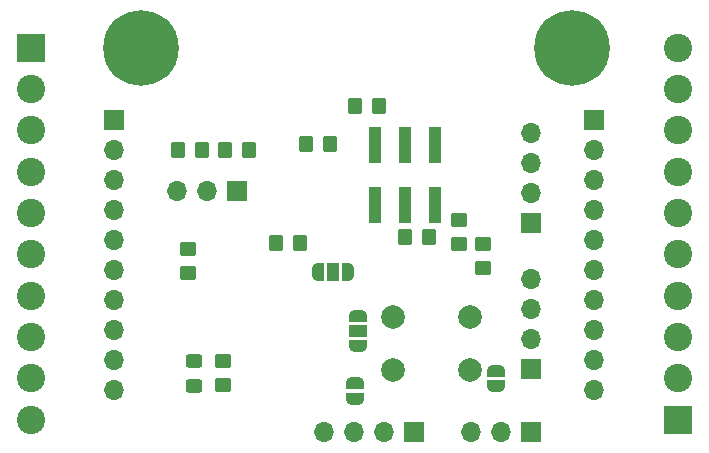
<source format=gbr>
%TF.GenerationSoftware,KiCad,Pcbnew,8.0.3*%
%TF.CreationDate,2024-08-02T22:41:38+02:00*%
%TF.ProjectId,IOT board sensor,494f5420-626f-4617-9264-2073656e736f,rev?*%
%TF.SameCoordinates,Original*%
%TF.FileFunction,Soldermask,Bot*%
%TF.FilePolarity,Negative*%
%FSLAX46Y46*%
G04 Gerber Fmt 4.6, Leading zero omitted, Abs format (unit mm)*
G04 Created by KiCad (PCBNEW 8.0.3) date 2024-08-02 22:41:38*
%MOMM*%
%LPD*%
G01*
G04 APERTURE LIST*
G04 Aperture macros list*
%AMRoundRect*
0 Rectangle with rounded corners*
0 $1 Rounding radius*
0 $2 $3 $4 $5 $6 $7 $8 $9 X,Y pos of 4 corners*
0 Add a 4 corners polygon primitive as box body*
4,1,4,$2,$3,$4,$5,$6,$7,$8,$9,$2,$3,0*
0 Add four circle primitives for the rounded corners*
1,1,$1+$1,$2,$3*
1,1,$1+$1,$4,$5*
1,1,$1+$1,$6,$7*
1,1,$1+$1,$8,$9*
0 Add four rect primitives between the rounded corners*
20,1,$1+$1,$2,$3,$4,$5,0*
20,1,$1+$1,$4,$5,$6,$7,0*
20,1,$1+$1,$6,$7,$8,$9,0*
20,1,$1+$1,$8,$9,$2,$3,0*%
%AMFreePoly0*
4,1,19,0.500000,-0.750000,0.000000,-0.750000,0.000000,-0.744911,-0.071157,-0.744911,-0.207708,-0.704816,-0.327430,-0.627875,-0.420627,-0.520320,-0.479746,-0.390866,-0.500000,-0.250000,-0.500000,0.250000,-0.479746,0.390866,-0.420627,0.520320,-0.327430,0.627875,-0.207708,0.704816,-0.071157,0.744911,0.000000,0.744911,0.000000,0.750000,0.500000,0.750000,0.500000,-0.750000,0.500000,-0.750000,
$1*%
%AMFreePoly1*
4,1,19,0.000000,0.744911,0.071157,0.744911,0.207708,0.704816,0.327430,0.627875,0.420627,0.520320,0.479746,0.390866,0.500000,0.250000,0.500000,-0.250000,0.479746,-0.390866,0.420627,-0.520320,0.327430,-0.627875,0.207708,-0.704816,0.071157,-0.744911,0.000000,-0.744911,0.000000,-0.750000,-0.500000,-0.750000,-0.500000,0.750000,0.000000,0.750000,0.000000,0.744911,0.000000,0.744911,
$1*%
%AMFreePoly2*
4,1,19,0.550000,-0.750000,0.000000,-0.750000,0.000000,-0.744911,-0.071157,-0.744911,-0.207708,-0.704816,-0.327430,-0.627875,-0.420627,-0.520320,-0.479746,-0.390866,-0.500000,-0.250000,-0.500000,0.250000,-0.479746,0.390866,-0.420627,0.520320,-0.327430,0.627875,-0.207708,0.704816,-0.071157,0.744911,0.000000,0.744911,0.000000,0.750000,0.550000,0.750000,0.550000,-0.750000,0.550000,-0.750000,
$1*%
%AMFreePoly3*
4,1,19,0.000000,0.744911,0.071157,0.744911,0.207708,0.704816,0.327430,0.627875,0.420627,0.520320,0.479746,0.390866,0.500000,0.250000,0.500000,-0.250000,0.479746,-0.390866,0.420627,-0.520320,0.327430,-0.627875,0.207708,-0.704816,0.071157,-0.744911,0.000000,-0.744911,0.000000,-0.750000,-0.550000,-0.750000,-0.550000,0.750000,0.000000,0.750000,0.000000,0.744911,0.000000,0.744911,
$1*%
G04 Aperture macros list end*
%ADD10C,0.800000*%
%ADD11C,6.400000*%
%ADD12R,1.700000X1.700000*%
%ADD13O,1.700000X1.700000*%
%ADD14R,2.400000X2.400000*%
%ADD15C,2.400000*%
%ADD16FreePoly0,270.000000*%
%ADD17FreePoly1,270.000000*%
%ADD18C,2.000000*%
%ADD19FreePoly2,180.000000*%
%ADD20R,1.000000X1.500000*%
%ADD21FreePoly3,180.000000*%
%ADD22FreePoly2,90.000000*%
%ADD23R,1.500000X1.000000*%
%ADD24FreePoly3,90.000000*%
%ADD25RoundRect,0.250000X-0.450000X0.325000X-0.450000X-0.325000X0.450000X-0.325000X0.450000X0.325000X0*%
%ADD26FreePoly0,90.000000*%
%ADD27FreePoly1,90.000000*%
%ADD28RoundRect,0.250000X0.350000X0.450000X-0.350000X0.450000X-0.350000X-0.450000X0.350000X-0.450000X0*%
%ADD29RoundRect,0.250000X-0.350000X-0.450000X0.350000X-0.450000X0.350000X0.450000X-0.350000X0.450000X0*%
%ADD30RoundRect,0.250000X0.450000X-0.350000X0.450000X0.350000X-0.450000X0.350000X-0.450000X-0.350000X0*%
%ADD31RoundRect,0.250000X-0.450000X0.350000X-0.450000X-0.350000X0.450000X-0.350000X0.450000X0.350000X0*%
%ADD32R,1.000000X3.150000*%
G04 APERTURE END LIST*
D10*
%TO.C,REF\u002A\u002A*%
X142100000Y-76500000D03*
X142802944Y-74802944D03*
X142802944Y-78197056D03*
X144500000Y-74100000D03*
D11*
X144500000Y-76500000D03*
D10*
X144500000Y-78900000D03*
X146197056Y-74802944D03*
X146197056Y-78197056D03*
X146900000Y-76500000D03*
%TD*%
%TO.C,REF\u002A\u002A*%
X178600000Y-76500000D03*
X179302944Y-74802944D03*
X179302944Y-78197056D03*
X181000000Y-74100000D03*
D11*
X181000000Y-76500000D03*
D10*
X181000000Y-78900000D03*
X182697056Y-74802944D03*
X182697056Y-78197056D03*
X183400000Y-76500000D03*
%TD*%
D12*
%TO.C,J1*%
X142240000Y-82550000D03*
D13*
X142240000Y-85090000D03*
X142240000Y-87630000D03*
X142240000Y-90170000D03*
X142240000Y-92710000D03*
X142240000Y-95250000D03*
X142240000Y-97790000D03*
X142240000Y-100330000D03*
X142240000Y-102870000D03*
X142240000Y-105410000D03*
%TD*%
%TO.C,J3*%
X182880000Y-105410000D03*
X182880000Y-102870000D03*
X182880000Y-100330000D03*
X182880000Y-97790000D03*
X182880000Y-95250000D03*
X182880000Y-92710000D03*
X182880000Y-90170000D03*
X182880000Y-87630000D03*
X182880000Y-85090000D03*
D12*
X182880000Y-82550000D03*
%TD*%
D14*
%TO.C,J4*%
X189992000Y-107950000D03*
D15*
X189992000Y-104450000D03*
X189992000Y-100950000D03*
X189992000Y-97450000D03*
X189992000Y-93950000D03*
X189992000Y-90450000D03*
X189992000Y-86950000D03*
X189992000Y-83450000D03*
X189992000Y-79950000D03*
X189992000Y-76450000D03*
%TD*%
D14*
%TO.C,J2*%
X135229600Y-76450000D03*
D15*
X135229600Y-79950000D03*
X135229600Y-83450000D03*
X135229600Y-86950000D03*
X135229600Y-90450000D03*
X135229600Y-93950000D03*
X135229600Y-97450000D03*
X135229600Y-100950000D03*
X135229600Y-104450000D03*
X135229600Y-107950000D03*
%TD*%
D16*
%TO.C,JP1*%
X162661600Y-104851200D03*
D17*
X162661600Y-106151200D03*
%TD*%
D12*
%TO.C,J9*%
X167640000Y-109000000D03*
D13*
X165100000Y-109000000D03*
X162560000Y-109000000D03*
X160020000Y-109000000D03*
%TD*%
D18*
%TO.C,SW1*%
X172414000Y-103723000D03*
X165914000Y-103723000D03*
X172414000Y-99223000D03*
X165914000Y-99223000D03*
%TD*%
D13*
%TO.C,J8*%
X177546000Y-83655000D03*
X177546000Y-86195000D03*
X177546000Y-88735000D03*
D12*
X177546000Y-91275000D03*
%TD*%
%TO.C,J7*%
X177546000Y-109000000D03*
D13*
X175006000Y-109000000D03*
X172466000Y-109000000D03*
%TD*%
D12*
%TO.C,J6*%
X152692500Y-88590000D03*
D13*
X150152500Y-88590000D03*
X147612500Y-88590000D03*
%TD*%
D12*
%TO.C,J5*%
X177546000Y-103632000D03*
D13*
X177546000Y-101092000D03*
X177546000Y-98552000D03*
X177546000Y-96012000D03*
%TD*%
D19*
%TO.C,JP2*%
X162100000Y-95400000D03*
D20*
X160800000Y-95400000D03*
D21*
X159500000Y-95400000D03*
%TD*%
D22*
%TO.C,JP3*%
X162915600Y-101731600D03*
D23*
X162915600Y-100431600D03*
D24*
X162915600Y-99131600D03*
%TD*%
D25*
%TO.C,D1*%
X149000000Y-103000000D03*
X149000000Y-105050000D03*
%TD*%
D26*
%TO.C,JP6*%
X174600000Y-105100000D03*
D27*
X174600000Y-103800000D03*
%TD*%
D28*
%TO.C,R5*%
X168894000Y-92456000D03*
X166894000Y-92456000D03*
%TD*%
D29*
%TO.C,R8*%
X156000000Y-93000000D03*
X158000000Y-93000000D03*
%TD*%
%TO.C,R2*%
X151667500Y-85090000D03*
X153667500Y-85090000D03*
%TD*%
%TO.C,R1*%
X147667500Y-85090000D03*
X149667500Y-85090000D03*
%TD*%
D30*
%TO.C,R4*%
X151500000Y-105000000D03*
X151500000Y-103000000D03*
%TD*%
D29*
%TO.C,R9*%
X162650000Y-81350000D03*
X164650000Y-81350000D03*
%TD*%
D28*
%TO.C,R3*%
X160500000Y-84582000D03*
X158500000Y-84582000D03*
%TD*%
D30*
%TO.C,R6*%
X148500000Y-95500000D03*
X148500000Y-93500000D03*
%TD*%
D31*
%TO.C,R11*%
X173482000Y-93091000D03*
X173482000Y-95091000D03*
%TD*%
D32*
%TO.C,J10*%
X164338000Y-84709000D03*
X164338000Y-89759000D03*
X166878000Y-84709000D03*
X166878000Y-89759000D03*
X169418000Y-84709000D03*
X169418000Y-89759000D03*
%TD*%
D30*
%TO.C,R10*%
X171500000Y-93075000D03*
X171500000Y-91075000D03*
%TD*%
M02*

</source>
